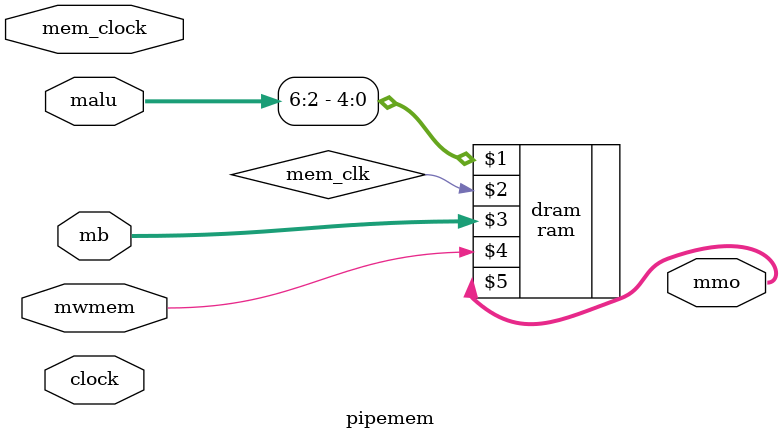
<source format=v>
module pipemem(mwmem,malu,mb,clock,mem_clock,mmo);
input wire mwmem;
input wire[31:0] malu,mb;
input wire clock, mem_clock;
output wire[31:0] mmo;
//malu: address mb: data

ram  dram(malu[6:2],mem_clk,mb,mwmem,mmo);

endmodule
</source>
